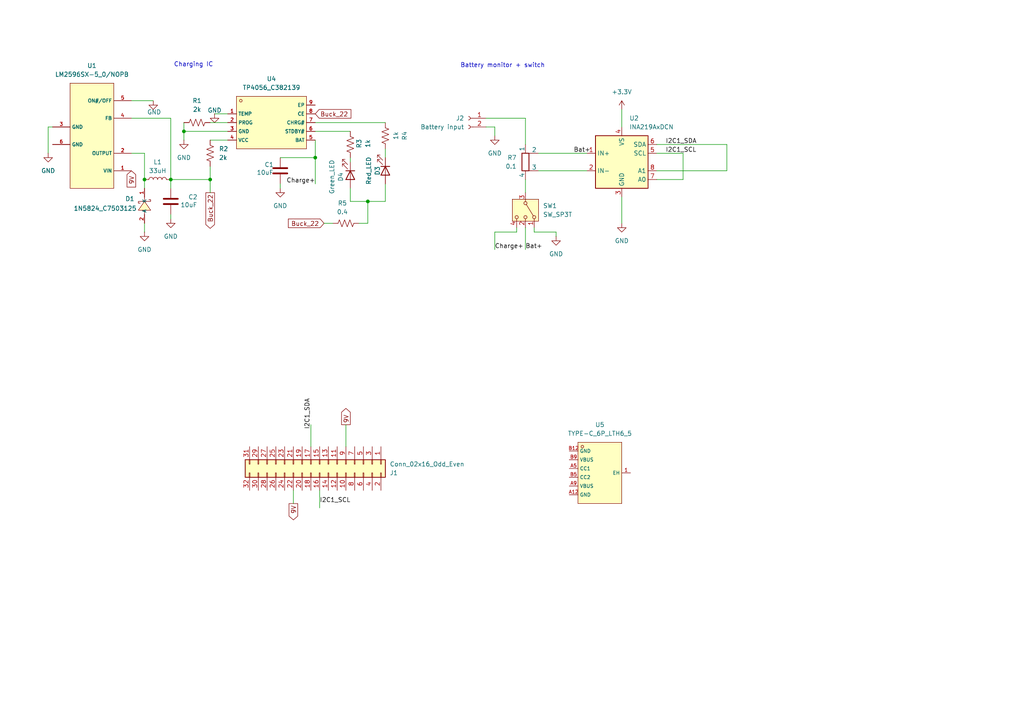
<source format=kicad_sch>
(kicad_sch (version 20231120) (generator "eeschema") (generator_version "8.0")
  (paper "A4")
  (title_block (title "EEE3088_Micro_Mouse_Power_Sub_system") (date "2025-03-20") (rev "v1.0"))
  (lib_symbols
    (symbol "1N5824_C7503125:1N5824_C7503125"
      (property "Reference" "D" (at 0 1.27 0))
      (property "Value" "1N5824_C7503125" (at 0 -2.54 0))
      (symbol "1N5824_C7503125_0_1"
        (polyline (pts (xy -1.27 0) (xy -2.54 0)))
        (polyline (pts (xy 2.54 0) (xy 1.27 0)))
        (polyline (pts (xy 1.27 1.778) (xy -1.27 0) (xy 1.27 -1.778) (xy 1.27 1.778)) (fill (type background)))
        (polyline (pts (xy -1.778 1.27) (xy -1.778 1.778) (xy -1.27 1.778) (xy -1.27 -1.778) (xy -0.762 -1.778) (xy -0.762 -1.27)))
        (pin unspecified line (at -5.08 0 0) (length 2.54) (name "K") (number "1"))
        (pin unspecified line (at 5.08 0 180) (length 2.54) (name "A") (number "2"))
      )
    )
    (symbol "Connector:Conn_01x02_Socket" (pin_names (offset 1.016) hide)
      (property "Reference" "J" (at 0 2.54 0))
      (property "Value" "Conn_01x02_Socket" (at 0 -5.08 0))
      (symbol "Conn_01x02_Socket_1_1"
        (arc (start 0 -2.032) (mid -0.5058 -2.54) (end 0 -3.048) (stroke (width 0.1524)))
        (polyline (pts (xy -1.27 -2.54) (xy -0.508 -2.54)) (stroke (width 0.1524)))
        (polyline (pts (xy -1.27 0) (xy -0.508 0)) (stroke (width 0.1524)))
        (arc (start 0 0.508) (mid -0.5058 0) (end 0 -0.508) (stroke (width 0.1524)))
        (pin passive line (at -5.08 0 0) (length 3.81) (name "Pin_1") (number "1"))
        (pin passive line (at -5.08 -2.54 0) (length 3.81) (name "Pin_2") (number "2"))
      )
    )
    (symbol "Connector_Generic:Conn_02x16_Odd_Even" (pin_names (offset 1.016) hide)
      (property "Reference" "J" (at 1.27 20.32 0))
      (property "Value" "Conn_02x16_Odd_Even" (at 1.27 -22.86 0))
      (symbol "Conn_02x16_Odd_Even_1_1"
        (rectangle (start -1.27 -20.193) (end 0 -20.447) (stroke (width 0.1524)))
        (rectangle (start -1.27 -17.653) (end 0 -17.907) (stroke (width 0.1524)))
        (rectangle (start -1.27 -15.113) (end 0 -15.367) (stroke (width 0.1524)))
        (rectangle (start -1.27 -12.573) (end 0 -12.827) (stroke (width 0.1524)))
        (rectangle (start -1.27 -10.033) (end 0 -10.287) (stroke (width 0.1524)))
        (rectangle (start -1.27 -7.493) (end 0 -7.747) (stroke (width 0.1524)))
        (rectangle (start -1.27 -4.953) (end 0 -5.207) (stroke (width 0.1524)))
        (rectangle (start -1.27 -2.413) (end 0 -2.667) (stroke (width 0.1524)))
        (rectangle (start -1.27 0.127) (end 0 -0.127) (stroke (width 0.1524)))
        (rectangle (start -1.27 2.667) (end 0 2.413) (stroke (width 0.1524)))
        (rectangle (start -1.27 5.207) (end 0 4.953) (stroke (width 0.1524)))
        (rectangle (start -1.27 7.747) (end 0 7.493) (stroke (width 0.1524)))
        (rectangle (start -1.27 10.287) (end 0 10.033) (stroke (width 0.1524)))
        (rectangle (start -1.27 12.827) (end 0 12.573) (stroke (width 0.1524)))
        (rectangle (start -1.27 15.367) (end 0 15.113) (stroke (width 0.1524)))
        (rectangle (start -1.27 17.907) (end 0 17.653) (stroke (width 0.1524)))
        (rectangle (start -1.27 19.05) (end 3.81 -21.59) (stroke (width 0.254)) (fill (type background)))
        (rectangle (start 3.81 -20.193) (end 2.54 -20.447) (stroke (width 0.1524)))
        (rectangle (start 3.81 -17.653) (end 2.54 -17.907) (stroke (width 0.1524)))
        (rectangle (start 3.81 -15.113) (end 2.54 -15.367) (stroke (width 0.1524)))
        (rectangle (start 3.81 -12.573) (end 2.54 -12.827) (stroke (width 0.1524)))
        (rectangle (start 3.81 -10.033) (end 2.54 -10.287) (stroke (width 0.1524)))
        (rectangle (start 3.81 -7.493) (end 2.54 -7.747) (stroke (width 0.1524)))
        (rectangle (start 3.81 -4.953) (end 2.54 -5.207) (stroke (width 0.1524)))
        (rectangle (start 3.81 -2.413) (end 2.54 -2.667) (stroke (width 0.1524)))
        (rectangle (start 3.81 0.127) (end 2.54 -0.127) (stroke (width 0.1524)))
        (rectangle (start 3.81 2.667) (end 2.54 2.413) (stroke (width 0.1524)))
        (rectangle (start 3.81 5.207) (end 2.54 4.953) (stroke (width 0.1524)))
        (rectangle (start 3.81 7.747) (end 2.54 7.493) (stroke (width 0.1524)))
        (rectangle (start 3.81 10.287) (end 2.54 10.033) (stroke (width 0.1524)))
        (rectangle (start 3.81 12.827) (end 2.54 12.573) (stroke (width 0.1524)))
        (rectangle (start 3.81 15.367) (end 2.54 15.113) (stroke (width 0.1524)))
        (rectangle (start 3.81 17.907) (end 2.54 17.653) (stroke (width 0.1524)))
        (pin passive line (at -5.08 17.78 0) (length 3.81) (name "Pin_1") (number "1"))
        (pin passive line (at 7.62 7.62 180) (length 3.81) (name "Pin_10") (number "10"))
        (pin passive line (at -5.08 5.08 0) (length 3.81) (name "Pin_11") (number "11"))
        (pin passive line (at 7.62 5.08 180) (length 3.81) (name "Pin_12") (number "12"))
        (pin passive line (at -5.08 2.54 0) (length 3.81) (name "Pin_13") (number "13"))
        (pin passive line (at 7.62 2.54 180) (length 3.81) (name "Pin_14") (number "14"))
        (pin passive line (at -5.08 0 0) (length 3.81) (name "Pin_15") (number "15"))
        (pin passive line (at 7.62 0 180) (length 3.81) (name "Pin_16") (number "16"))
        (pin passive line (at -5.08 -2.54 0) (length 3.81) (name "Pin_17") (number "17"))
        (pin passive line (at 7.62 -2.54 180) (length 3.81) (name "Pin_18") (number "18"))
        (pin passive line (at -5.08 -5.08 0) (length 3.81) (name "Pin_19") (number "19"))
        (pin passive line (at 7.62 17.78 180) (length 3.81) (name "Pin_2") (number "2"))
        (pin passive line (at 7.62 -5.08 180) (length 3.81) (name "Pin_20") (number "20"))
        (pin passive line (at -5.08 -7.62 0) (length 3.81) (name "Pin_21") (number "21"))
        (pin passive line (at 7.62 -7.62 180) (length 3.81) (name "Pin_22") (number "22"))
        (pin passive line (at -5.08 -10.16 0) (length 3.81) (name "Pin_23") (number "23"))
        (pin passive line (at 7.62 -10.16 180) (length 3.81) (name "Pin_24") (number "24"))
        (pin passive line (at -5.08 -12.7 0) (length 3.81) (name "Pin_25") (number "25"))
        (pin passive line (at 7.62 -12.7 180) (length 3.81) (name "Pin_26") (number "26"))
        (pin passive line (at -5.08 -15.24 0) (length 3.81) (name "Pin_27") (number "27"))
        (pin passive line (at 7.62 -15.24 180) (length 3.81) (name "Pin_28") (number "28"))
        (pin passive line (at -5.08 -17.78 0) (length 3.81) (name "Pin_29") (number "29"))
        (pin passive line (at -5.08 15.24 0) (length 3.81) (name "Pin_3") (number "3"))
        (pin passive line (at 7.62 -17.78 180) (length 3.81) (name "Pin_30") (number "30"))
        (pin passive line (at -5.08 -20.32 0) (length 3.81) (name "Pin_31") (number "31"))
        (pin passive line (at 7.62 -20.32 180) (length 3.81) (name "Pin_32") (number "32"))
        (pin passive line (at 7.62 15.24 180) (length 3.81) (name "Pin_4") (number "4"))
        (pin passive line (at -5.08 12.7 0) (length 3.81) (name "Pin_5") (number "5"))
        (pin passive line (at 7.62 12.7 180) (length 3.81) (name "Pin_6") (number "6"))
        (pin passive line (at -5.08 10.16 0) (length 3.81) (name "Pin_7") (number "7"))
        (pin passive line (at 7.62 10.16 180) (length 3.81) (name "Pin_8") (number "8"))
        (pin passive line (at -5.08 7.62 0) (length 3.81) (name "Pin_9") (number "9"))
      )
    )
    (symbol "Device:C" (pin_numbers hide) (pin_names (offset 0.254))
      (property "Reference" "C" (at 0.635 2.54 0))
      (property "Value" "C" (at 0.635 -2.54 0))
      (symbol "C_0_1"
        (polyline (pts (xy -2.032 -0.762) (xy 2.032 -0.762)) (stroke (width 0.508)))
        (polyline (pts (xy -2.032 0.762) (xy 2.032 0.762)) (stroke (width 0.508)))
      )
      (symbol "C_1_1"
        (pin passive line (at 0 3.81 270) (length 2.794) (name "~") (number "1"))
        (pin passive line (at 0 -3.81 90) (length 2.794) (name "~") (number "2"))
      )
    )
    (symbol "Device:L" (pin_numbers hide) (pin_names (offset 1.016) hide)
      (property "Reference" "L" (at -1.27 0 90))
      (property "Value" "L" (at 1.905 0 90))
      (symbol "L_0_1"
        (arc (start 0 -2.54) (mid 0.6323 -1.905) (end 0 -1.27))
        (arc (start 0 -1.27) (mid 0.6323 -0.635) (end 0 0))
        (arc (start 0 0) (mid 0.6323 0.635) (end 0 1.27))
        (arc (start 0 1.27) (mid 0.6323 1.905) (end 0 2.54))
      )
      (symbol "L_1_1"
        (pin passive line (at 0 3.81 270) (length 1.27) (name "1") (number "1"))
        (pin passive line (at 0 -3.81 90) (length 1.27) (name "2") (number "2"))
      )
    )
    (symbol "Device:LED" (pin_numbers hide) (pin_names (offset 1.016) hide)
      (property "Reference" "D" (at 0 2.54 0))
      (property "Value" "LED" (at 0 -2.54 0))
      (symbol "LED_0_1"
        (polyline (pts (xy -1.27 -1.27) (xy -1.27 1.27)) (stroke (width 0.254)))
        (polyline (pts (xy -1.27 0) (xy 1.27 0)))
        (polyline (pts (xy 1.27 -1.27) (xy 1.27 1.27) (xy -1.27 0) (xy 1.27 -1.27)) (stroke (width 0.254)))
        (polyline (pts (xy -3.048 -0.762) (xy -4.572 -2.286) (xy -3.81 -2.286) (xy -4.572 -2.286) (xy -4.572 -1.524)))
        (polyline (pts (xy -1.778 -0.762) (xy -3.302 -2.286) (xy -2.54 -2.286) (xy -3.302 -2.286) (xy -3.302 -1.524)))
      )
      (symbol "LED_1_1"
        (pin passive line (at -3.81 0 0) (length 2.54) (name "K") (number "1"))
        (pin passive line (at 3.81 0 180) (length 2.54) (name "A") (number "2"))
      )
    )
    (symbol "Device:R_Shunt" (pin_numbers hide) (pin_names (offset 0))
      (property "Reference" "R" (at -4.445 0 90))
      (property "Value" "R_Shunt" (at -2.54 0 90))
      (symbol "R_Shunt_0_1"
        (rectangle (start -1.016 -2.54) (end 1.016 2.54) (stroke (width 0.254)))
        (polyline (pts (xy 0 -2.54) (xy 1.27 -2.54)))
        (polyline (pts (xy 1.27 2.54) (xy 0 2.54)))
      )
      (symbol "R_Shunt_1_1"
        (pin passive line (at 0 5.08 270) (length 2.54) (name "1") (number "1"))
        (pin passive line (at 3.81 2.54 180) (length 2.54) (name "2") (number "2"))
        (pin passive line (at 3.81 -2.54 180) (length 2.54) (name "3") (number "3"))
        (pin passive line (at 0 -5.08 90) (length 2.54) (name "4") (number "4"))
      )
    )
    (symbol "Device:R_US" (pin_numbers hide) (pin_names (offset 0))
      (property "Reference" "R" (at 2.54 0 90))
      (property "Value" "R_US" (at -2.54 0 90))
      (symbol "R_US_0_1"
        (polyline (pts (xy 0 -2.286) (xy 0 -2.54)))
        (polyline (pts (xy 0 2.286) (xy 0 2.54)))
        (polyline (pts (xy 0 -0.762) (xy 1.016 -1.143) (xy 0 -1.524) (xy -1.016 -1.905) (xy 0 -2.286)))
        (polyline (pts (xy 0 0.762) (xy 1.016 0.381) (xy 0 0) (xy -1.016 -0.381) (xy 0 -0.762)))
        (polyline (pts (xy 0 2.286) (xy 1.016 1.905) (xy 0 1.524) (xy -1.016 1.143) (xy 0 0.762)))
      )
      (symbol "R_US_1_1"
        (pin passive line (at 0 3.81 270) (length 1.27) (name "~") (number "1"))
        (pin passive line (at 0 -3.81 90) (length 1.27) (name "~") (number "2"))
      )
    )
    (symbol "LM2596SX-5_0/NOPB:LM2596SX-5_0/NOPB"
      (property "Reference" "U" (at 0 1.27 0))
      (property "Value" "LM2596SX-5_0{slash}NOPB" (at 0 -2.54 0))
      (symbol "LM2596SX-5_0/NOPB_0_1"
        (rectangle (start -6.35 15.24) (end 6.35 -15.24) (fill (type background)))
        (pin unspecified line (at 11.43 -10.16 180) (length 5.08) (name "VIN") (number "1"))
        (pin unspecified line (at 11.43 -5.08 180) (length 5.08) (name "OUTPUT") (number "2"))
        (pin unspecified line (at -11.43 2.54 0) (length 5.08) (name "GND") (number "3"))
        (pin unspecified line (at 11.43 5.08 180) (length 5.08) (name "FB") (number "4"))
        (pin unspecified line (at 11.43 10.16 180) (length 5.08) (name "ON#/OFF") (number "5"))
        (pin unspecified line (at -11.43 -2.54 0) (length 5.08) (name "GND") (number "6"))
      )
    )
    (symbol "Sensor_Energy:INA219AxDCN"
      (property "Reference" "U" (at -6.35 8.89 0))
      (property "Value" "INA219AxDCN" (at 6.35 8.89 0))
      (symbol "INA219AxDCN_0_1"
        (rectangle (start -7.62 7.62) (end 7.62 -7.62) (stroke (width 0.254)) (fill (type background)))
      )
      (symbol "INA219AxDCN_1_1"
        (pin input line (at -10.16 2.54 0) (length 2.54) (name "IN+") (number "1"))
        (pin input line (at -10.16 -2.54 0) (length 2.54) (name "IN-") (number "2"))
        (pin power_in line (at 0 -10.16 90) (length 2.54) (name "GND") (number "3"))
        (pin power_in line (at 0 10.16 270) (length 2.54) (name "VS") (number "4"))
        (pin input line (at 10.16 2.54 180) (length 2.54) (name "SCL") (number "5"))
        (pin bidirectional line (at 10.16 5.08 180) (length 2.54) (name "SDA") (number "6"))
        (pin input line (at 10.16 -5.08 180) (length 2.54) (name "A0") (number "7"))
        (pin input line (at 10.16 -2.54 180) (length 2.54) (name "A1") (number "8"))
      )
    )
    (symbol "Switch:SW_SP3T" (pin_names (offset 0) hide)
      (property "Reference" "SW" (at 0 5.08 0))
      (property "Value" "SW_SP3T" (at 0 -5.08 0))
      (symbol "SW_SP3T_0_1"
        (circle (center -2.032 0) (radius 0.4572))
        (polyline (pts (xy -1.651 0.254) (xy 1.651 2.286)))
        (circle (center 2.032 -2.54) (radius 0.4572))
        (circle (center 2.032 0) (radius 0.4572))
        (circle (center 2.032 2.54) (radius 0.4572))
      )
      (symbol "SW_SP3T_1_1"
        (rectangle (start -3.175 3.81) (end 3.175 -3.81) (fill (type background)))
        (pin passive line (at 5.08 2.54 180) (length 2.54) (name "1") (number "1"))
        (pin passive line (at 5.08 0 180) (length 2.54) (name "2") (number "2"))
        (pin passive line (at -5.08 0 0) (length 2.54) (name "3") (number "3"))
        (pin passive line (at 5.08 -2.54 180) (length 2.54) (name "4") (number "4"))
      )
    )
    (symbol "TP4056_C382139:TP4056_C382139"
      (property "Reference" "U" (at 0 1.27 0))
      (property "Value" "TP4056_C382139" (at 0 -2.54 0))
      (symbol "TP4056_C382139_0_1"
        (rectangle (start -10.16 7.62) (end 10.16 -7.62) (fill (type background)))
        (circle (center -8.89 6.35) (radius 0.381) (fill (type background)))
        (pin unspecified line (at -12.7 2.54 0) (length 2.54) (name "TEMP") (number "1"))
        (pin unspecified line (at -12.7 0 0) (length 2.54) (name "PROG") (number "2"))
        (pin unspecified line (at -12.7 -2.54 0) (length 2.54) (name "GND") (number "3"))
        (pin unspecified line (at -12.7 -5.08 0) (length 2.54) (name "VCC") (number "4"))
        (pin unspecified line (at 12.7 -5.08 180) (length 2.54) (name "BAT") (number "5"))
        (pin unspecified line (at 12.7 -2.54 180) (length 2.54) (name "STDBY#") (number "6"))
        (pin unspecified line (at 12.7 0 180) (length 2.54) (name "CHRG#") (number "7"))
        (pin unspecified line (at 12.7 2.54 180) (length 2.54) (name "CE") (number "8"))
        (pin unspecified line (at 12.7 5.08 180) (length 2.54) (name "EP") (number "9"))
      )
    )
    (symbol "TYPE-C_6P_LTH6_5:TYPE-C_6P_LTH6_5"
      (property "Reference" "U" (at 0 1.27 0))
      (property "Value" "TYPE-C_6P_LTH6_5" (at 0 -2.54 0))
      (symbol "TYPE-C_6P_LTH6_5_0_1"
        (rectangle (start -5.08 8.89) (end 7.62 -8.89) (fill (type background)))
        (circle (center -3.81 7.62) (radius 0.381) (fill (type background)))
        (pin unspecified line (at 10.16 0 180) (length 2.54) (name "EH") (number "1"))
        (pin unspecified line (at -7.62 -6.35 0) (length 2.54) (name "GND") (number "A12"))
        (pin unspecified line (at -7.62 1.27 0) (length 2.54) (name "CC1") (number "A5"))
        (pin unspecified line (at -7.62 -3.81 0) (length 2.54) (name "VBUS") (number "A9"))
        (pin unspecified line (at -7.62 6.35 0) (length 2.54) (name "GND") (number "B12"))
        (pin unspecified line (at -7.62 -1.27 0) (length 2.54) (name "CC2") (number "B5"))
        (pin unspecified line (at -7.62 3.81 0) (length 2.54) (name "VBUS") (number "B9"))
      )
    )
    (symbol "power:+3.3V" (power) (pin_numbers hide) (pin_names (offset 0) hide)
      (property "Value" "+3.3V" (at 0 3.556 0))
      (symbol "+3.3V_0_1"
        (polyline (pts (xy -0.762 1.27) (xy 0 2.54)))
        (polyline (pts (xy 0 0) (xy 0 2.54)))
        (polyline (pts (xy 0 2.54) (xy 0.762 1.27)))
      )
      (symbol "+3.3V_1_1"
        (pin power_in line (at 0 0 90) (length 0) (name "~") (number "1"))
      )
    )
    (symbol "power:GND" (power) (pin_numbers hide) (pin_names (offset 0) hide)
      (property "Value" "GND" (at 0 -3.81 0))
      (symbol "GND_0_1"
        (polyline (pts (xy 0 0) (xy 0 -1.27) (xy 1.27 -1.27) (xy 0 -2.54) (xy -1.27 -1.27) (xy 0 -1.27)))
      )
      (symbol "GND_1_1"
        (pin power_in line (at 0 0 270) (length 0) (name "~") (number "1"))
      )
    )
  )
  (junction (at 41.91 52.07))
  (junction (at 106.68 58.42))
  (junction (at 91.44 45.72))
  (junction (at 53.34 38.1))
  (junction (at 49.53 52.07))
  (junction (at 60.96 52.07))
  (wire (pts (xy 13.97 36.83) (xy 13.97 44.45)))
  (wire (pts (xy 53.34 38.1) (xy 66.04 38.1)))
  (wire (pts (xy 143.51 36.83) (xy 140.97 36.83)))
  (wire (pts (xy 60.96 48.26) (xy 60.96 52.07)))
  (wire (pts (xy 81.28 45.72) (xy 91.44 45.72)))
  (wire (pts (xy 62.23 33.02) (xy 66.04 33.02)))
  (wire (pts (xy 101.6 54.61) (xy 101.6 58.42)))
  (wire (pts (xy 101.6 46.99) (xy 101.6 45.72)))
  (wire (pts (xy 100.33 123.19) (xy 100.33 129.54)))
  (wire (pts (xy 41.91 44.45) (xy 41.91 52.07)))
  (wire (pts (xy 152.4 66.04) (xy 152.4 72.39)))
  (wire (pts (xy 60.96 40.64) (xy 66.04 40.64)))
  (wire (pts (xy 101.6 58.42) (xy 106.68 58.42)))
  (wire (pts (xy 49.53 62.23) (xy 49.53 63.5)))
  (wire (pts (xy 111.76 35.56) (xy 91.44 35.56)))
  (wire (pts (xy 156.21 49.53) (xy 170.18 49.53)))
  (wire (pts (xy 106.68 58.42) (xy 111.76 58.42)))
  (wire (pts (xy 190.5 44.45) (xy 198.12 44.45)))
  (wire (pts (xy 149.86 67.31) (xy 143.51 67.31)))
  (wire (pts (xy 81.28 54.61) (xy 81.28 53.34)))
  (wire (pts (xy 93.98 64.77) (xy 96.52 64.77)))
  (wire (pts (xy 111.76 53.34) (xy 111.76 58.42)))
  (wire (pts (xy 111.76 45.72) (xy 111.76 43.18)))
  (wire (pts (xy 41.91 67.31) (xy 41.91 64.77)))
  (wire (pts (xy 38.1 34.29) (xy 49.53 34.29)))
  (wire (pts (xy 85.09 146.05) (xy 85.09 142.24)))
  (wire (pts (xy 180.34 31.75) (xy 180.34 36.83)))
  (wire (pts (xy 190.5 52.07) (xy 198.12 52.07)))
  (wire (pts (xy 156.21 44.45) (xy 170.18 44.45)))
  (wire (pts (xy 161.29 67.31) (xy 154.94 67.31)))
  (wire (pts (xy 161.29 68.58) (xy 161.29 67.31)))
  (wire (pts (xy 90.17 123.19) (xy 90.17 129.54)))
  (wire (pts (xy 152.4 34.29) (xy 152.4 41.91)))
  (wire (pts (xy 91.44 45.72) (xy 91.44 53.34)))
  (wire (pts (xy 38.1 29.21) (xy 44.45 29.21)))
  (wire (pts (xy 106.68 58.42) (xy 106.68 64.77)))
  (wire (pts (xy 143.51 36.83) (xy 143.51 39.37)))
  (wire (pts (xy 91.44 45.72) (xy 91.44 40.64)))
  (wire (pts (xy 53.34 38.1) (xy 53.34 35.56)))
  (wire (pts (xy 149.86 66.04) (xy 149.86 67.31)))
  (wire (pts (xy 60.96 52.07) (xy 60.96 55.88)))
  (wire (pts (xy 92.71 142.24) (xy 92.71 147.32)))
  (wire (pts (xy 154.94 67.31) (xy 154.94 66.04)))
  (wire (pts (xy 91.44 38.1) (xy 101.6 38.1)))
  (wire (pts (xy 41.91 52.07) (xy 41.91 54.61)))
  (wire (pts (xy 210.82 49.53) (xy 210.82 41.91)))
  (wire (pts (xy 152.4 52.07) (xy 152.4 55.88)))
  (wire (pts (xy 180.34 57.15) (xy 180.34 64.77)))
  (wire (pts (xy 60.96 35.56) (xy 66.04 35.56)))
  (wire (pts (xy 15.24 36.83) (xy 13.97 36.83)))
  (wire (pts (xy 53.34 40.64) (xy 53.34 38.1)))
  (wire (pts (xy 140.97 34.29) (xy 152.4 34.29)))
  (wire (pts (xy 143.51 67.31) (xy 143.51 72.39)))
  (wire (pts (xy 49.53 52.07) (xy 49.53 54.61)))
  (wire (pts (xy 190.5 41.91) (xy 210.82 41.91)))
  (wire (pts (xy 49.53 52.07) (xy 60.96 52.07)))
  (wire (pts (xy 198.12 52.07) (xy 198.12 44.45)))
  (wire (pts (xy 104.14 64.77) (xy 106.68 64.77)))
  (wire (pts (xy 49.53 34.29) (xy 49.53 52.07)))
  (wire (pts (xy 38.1 44.45) (xy 41.91 44.45)))
  (wire (pts (xy 190.5 49.53) (xy 210.82 49.53)))
  (text "Charging IC\n" (at 56.134 18.796 0) (effects (font (size 1.27 1.27))))
  (text "Battery monitor + switch\n" (at 145.796 19.05 0) (effects (font (size 1.27 1.27))))
  (label "Bat+" (at 166.37 44.45 0))
  (label "Charge+" (at 143.51 72.39 0))
  (label "I2C1_SCL" (at 193.04 44.45 0))
  (label "I2C1_SDA" (at 193.04 41.91 0))
  (label "I2C1_SCL" (at 92.71 146.05 0))
  (label "Charge+" (at 91.44 53.34 180))
  (label "Bat+" (at 152.4 72.39 0))
  (label "I2C1_SDA" (at 90.17 124.46 90))
  (global_label "Buck_22" (shape output) (at 60.96 55.88 270) (property "Intersheetrefs" "${INTERSHEET_REFS}" (effects (hide yes))))
  (global_label "9V" (shape output) (at 100.33 123.19 90) (property "Intersheetrefs" "${INTERSHEET_REFS}" (effects (hide yes))))
  (global_label "9V" (shape output) (at 85.09 146.05 270) (property "Intersheetrefs" "${INTERSHEET_REFS}" (effects (hide yes))))
  (global_label "9V" (shape input) (at 38.1 49.53 270) (property "Intersheetrefs" "${INTERSHEET_REFS}" (effects (hide yes))))
  (global_label "Buck_22" (shape input) (at 93.98 64.77 180) (property "Intersheetrefs" "${INTERSHEET_REFS}" (effects (hide yes))))
  (global_label "Buck_22" (shape input) (at 91.44 33.02 0) (property "Intersheetrefs" "${INTERSHEET_REFS}" (effects (hide yes))))
  (symbol (lib_id "Device:R_Shunt") (at 152.4 46.99 0) (unit 1)
    (property "Reference" "R7" (at 149.86 45.7199 0) (effects (justify right)))
    (property "Value" "0.1" (at 149.86 48.2599 0) (effects (justify right)))
    (property "Description" "Shunt resistor" (effects (hide yes)))
  )
  (symbol (lib_id "power:GND") (at 44.45 29.21 0) (unit 1)
    (property "Reference" "#PWR7" (effects (hide yes)))
    (property "Value" "GND" (at 44.704 32.512 0))
    (property "Description" "Power symbol creates a global label with name \"GND\" , ground" (effects (hide yes)))
  )
  (symbol (lib_id "power:GND") (at 41.91 67.31 0) (unit 1)
    (property "Reference" "#PWR10" (effects (hide yes)))
    (property "Value" "GND" (at 41.91 72.39 0))
    (property "Description" "Power symbol creates a global label with name \"GND\" , ground" (effects (hide yes)))
  )
  (symbol (lib_id "TYPE-C_6P_LTH6_5:TYPE-C_6P_LTH6_5") (at 172.72 137.16 0) (unit 1)
    (property "Reference" "U5" (at 173.99 123.19 0))
    (property "Value" "TYPE-C_6P_LTH6_5" (at 173.99 125.73 0))
    (property "Footprint" "xxcustom_footprint:USB-TYPE-C-SMD_TYPE-C-6P-LTH6.5" (effects (hide yes)))
    (property "Datasheet" "https://atta.szlcsc.com/upload/public/pdf/source/20220929/CF5EB2C50F637B805AA82EC2C8F335C3.pdf" (effects (hide yes)))
    (property "LCSC" "C5187463" (effects (hide yes)))
  )
  (symbol (lib_id "Device:R_US") (at 111.76 39.37 180) (unit 1)
    (property "Reference" "R4" (at 117.348 39.37 90))
    (property "Value" "1k" (at 114.808 39.37 90))
    (property "Footprint" "xxcustom_footprint:R0402" (effects (hide yes)))
    (property "Description" "Resistor, US symbol" (effects (hide yes)))
  )
  (symbol (lib_id "Device:L") (at 45.72 52.07 90) (unit 1)
    (property "Reference" "L1" (at 45.72 46.99 90))
    (property "Value" "33uH" (at 45.72 49.53 90))
    (property "Description" "Inductor" (effects (hide yes)))
  )
  (symbol (lib_id "Device:R_US") (at 100.33 64.77 90) (unit 1)
    (property "Reference" "R5" (at 99.314 58.928 90))
    (property "Value" "0.4" (at 99.314 61.468 90))
    (property "Description" "Resistor, US symbol" (effects (hide yes)))
  )
  (symbol (lib_id "power:GND") (at 62.23 33.02 0) (unit 1)
    (property "Reference" "#PWR5" (effects (hide yes)))
    (property "Value" "GND" (at 62.23 32.004 0))
    (property "Description" "Power symbol creates a global label with name \"GND\" , ground" (effects (hide yes)))
  )
  (symbol (lib_id "LM2596SX-5_0/NOPB:LM2596SX-5_0/NOPB") (at 26.67 39.37 0) (unit 1)
    (property "Reference" "U1" (at 26.67 19.05 0))
    (property "Value" "LM2596SX-5_0/NOPB" (at 26.67 21.59 0))
    (property "Footprint" "xxcustom_footprint:TO-263-5_L10.2-W8.9-P1.70-TL" (effects (hide yes)))
    (property "Datasheet" "https://item.szlcsc.com/144450.html" (effects (hide yes)))
    (property "LCSC" "C10002" (effects (hide yes)))
  )
  (symbol (lib_id "Switch:SW_SP3T") (at 152.4 60.96 270) (unit 1)
    (property "Reference" "SW1" (at 157.48 59.6899 90) (effects (justify left)))
    (property "Value" "SW_SP3T" (at 157.48 62.2299 90) (effects (justify left)))
    (property "Description" "Switch, three position, single pole triple throw, 3 position switch, SP3T" (effects (hide yes)))
  )
  (symbol (lib_id "power:GND") (at 53.34 40.64 0) (unit 1)
    (property "Reference" "#PWR9" (effects (hide yes)))
    (property "Value" "GND" (at 53.34 45.72 0))
    (property "Description" "Power symbol creates a global label with name \"GND\" , ground" (effects (hide yes)))
  )
  (symbol (lib_id "Device:R_US") (at 101.6 41.91 0) (unit 1)
    (property "Reference" "R3" (at 104.14 41.656 90))
    (property "Value" "1k" (at 106.68 41.656 90))
    (property "Footprint" "xxcustom_footprint:R0402" (effects (hide yes)))
    (property "Description" "Resistor, US symbol" (effects (hide yes)))
  )
  (symbol (lib_id "Device:C") (at 81.28 49.53 0) (unit 1)
    (property "Reference" "C1" (at 76.708 47.752 0) (effects (justify left)))
    (property "Value" "10uF" (at 74.422 50.038 0) (effects (justify left)))
    (property "Description" "Unpolarized capacitor" (effects (hide yes)))
  )
  (symbol (lib_id "power:GND") (at 81.28 54.61 0) (unit 1)
    (property "Reference" "#PWR4" (effects (hide yes)))
    (property "Value" "GND" (at 81.28 59.69 0))
    (property "Description" "Power symbol creates a global label with name \"GND\" , ground" (effects (hide yes)))
  )
  (symbol (lib_id "power:+3.3V") (at 180.34 31.75 0) (unit 1)
    (property "Reference" "#PWR3" (effects (hide yes)))
    (property "Value" "+3.3V" (at 180.34 26.67 0))
    (property "Description" "Power symbol creates a global label with name \"+3.3V\"" (effects (hide yes)))
  )
  (symbol (lib_id "1N5824_C7503125:1N5824_C7503125") (at 41.91 59.69 270) (unit 1)
    (property "Reference" "D1" (at 36.322 57.658 90) (effects (justify left)))
    (property "Value" "1N5824_C7503125" (at 21.336 60.452 90) (effects (justify left)))
    (property "Footprint" "xxcustom_footprint:DO-27_BD5.3-L8.4-P12.40-D1.3-RD" (effects (hide yes)))
    (property "Datasheet" "https://item.szlcsc.com/180538.html" (effects (hide yes)))
    (property "LCSC" "C7503125" (effects (hide yes)))
  )
  (symbol (lib_id "power:GND") (at 161.29 68.58 0) (unit 1)
    (property "Reference" "#PWR8" (effects (hide yes)))
    (property "Value" "GND" (at 161.29 73.66 0))
    (property "Description" "Power symbol creates a global label with name \"GND\" , ground" (effects (hide yes)))
  )
  (symbol (lib_id "Device:R_US") (at 57.15 35.56 90) (unit 1)
    (property "Reference" "R1" (at 57.15 29.21 90))
    (property "Value" "2k" (at 57.15 31.75 90))
    (property "Footprint" "xxcustom_footprint:R0402" (effects (hide yes)))
    (property "Description" "Resistor, US symbol" (effects (hide yes)))
  )
  (symbol (lib_id "Device:LED") (at 111.76 49.53 270) (unit 1)
    (property "Reference" "D3" (at 109.474 49.53 0))
    (property "Value" "Red_LED" (at 106.934 49.53 0))
    (property "Description" "Light emitting diode" (effects (hide yes)))
  )
  (symbol (lib_id "power:GND") (at 143.51 39.37 0) (mirror y) (unit 1)
    (property "Reference" "#PWR1" (effects (hide yes)))
    (property "Value" "GND" (at 143.51 44.45 0))
    (property "Description" "Power symbol creates a global label with name \"GND\" , ground" (effects (hide yes)))
  )
  (symbol (lib_id "power:GND") (at 49.53 63.5 0) (unit 1)
    (property "Reference" "#PWR11" (effects (hide yes)))
    (property "Value" "GND" (at 49.53 68.58 0))
    (property "Description" "Power symbol creates a global label with name \"GND\" , ground" (effects (hide yes)))
  )
  (symbol (lib_id "Connector:Conn_01x02_Socket") (at 135.89 34.29 0) (mirror y) (unit 1)
    (property "Reference" "J2" (at 134.62 34.2899 0) (effects (justify left)))
    (property "Value" "Battery input" (at 134.62 36.8299 0) (effects (justify left)))
    (property "Footprint" "Connector_Wire:SolderWire-0.127sqmm_1x02_P3.7mm_D0.48mm_OD1mm" (effects (hide yes)))
    (property "Description" "Generic connector, single row, 01x02, script generated" (effects (hide yes)))
  )
  (symbol (lib_id "power:GND") (at 13.97 44.45 0) (unit 1)
    (property "Reference" "#PWR6" (effects (hide yes)))
    (property "Value" "GND" (at 13.97 49.53 0))
    (property "Description" "Power symbol creates a global label with name \"GND\" , ground" (effects (hide yes)))
  )
  (symbol (lib_id "Device:LED") (at 101.6 50.8 270) (unit 1)
    (property "Reference" "D4" (at 98.806 51.308 0))
    (property "Value" "Green_LED" (at 96.266 51.308 0))
    (property "Description" "Light emitting diode" (effects (hide yes)))
  )
  (symbol (lib_id "power:GND") (at 180.34 64.77 0) (unit 1)
    (property "Reference" "#PWR2" (effects (hide yes)))
    (property "Value" "GND" (at 180.34 69.85 0))
    (property "Description" "Power symbol creates a global label with name \"GND\" , ground" (effects (hide yes)))
  )
  (symbol (lib_id "Device:R_US") (at 60.96 44.45 180) (unit 1)
    (property "Reference" "R2" (at 63.5 43.1799 0) (effects (justify right)))
    (property "Value" "2k" (at 63.5 45.7199 0) (effects (justify right)))
    (property "Footprint" "xxcustom_footprint:R0402" (effects (hide yes)))
    (property "Description" "Resistor, US symbol" (effects (hide yes)))
  )
  (symbol (lib_id "Device:C") (at 49.53 58.42 0) (unit 1)
    (property "Reference" "C2" (at 54.61 57.15 0) (effects (justify left)))
    (property "Value" "10uF" (at 52.324 59.436 0) (effects (justify left)))
    (property "Description" "Unpolarized capacitor" (effects (hide yes)))
  )
  (symbol (lib_id "Connector_Generic:Conn_02x16_Odd_Even") (at 92.71 134.62 270) (unit 1)
    (property "Reference" "J1" (at 113.03 137.1601 90) (effects (justify left)))
    (property "Value" "Conn_02x16_Odd_Even" (at 113.03 134.6201 90) (effects (justify left)))
    (property "Footprint" "Connector_PinHeader_2.54mm:PinHeader_2x16_P2.54mm_Vertical" (effects (hide yes)))
    (property "Description" "Generic connector, double row, 02x16, odd/even pin numbering scheme (row 1 odd numbers, row 2 even numbers), script generated (kicad-library-utils/schlib/autogen/connector/)" (effects (hide yes)))
  )
  (symbol (lib_id "TP4056_C382139:TP4056_C382139") (at 78.74 35.56 0) (unit 1)
    (property "Reference" "U4" (at 78.74 22.86 0))
    (property "Value" "TP4056_C382139" (at 78.74 25.4 0))
    (property "Footprint" "xxcustom_footprint:ESOP-8_L4.9-W3.9-P1.27-LS6.0-BL-EP" (effects (hide yes)))
    (property "Datasheet" "https://www.mornsun.cn/html/pdf/SCM1501B.html" (effects (hide yes)))
    (property "LCSC" "C382139" (effects (hide yes)))
  )
  (symbol (lib_id "Sensor_Energy:INA219AxDCN") (at 180.34 46.99 0) (unit 1)
    (property "Reference" "U2" (at 182.5341 34.29 0) (effects (justify left)))
    (property "Value" "INA219AxDCN" (at 182.5341 36.83 0) (effects (justify left)))
    (property "Footprint" "Package_TO_SOT_SMD:SOT-23-8" (effects (hide yes)))
    (property "Datasheet" "http://www.ti.com/lit/ds/symlink/ina219.pdf" (effects (hide yes)))
    (property "Description" "Zero-Drift, Bidirectional Current/Power Monitor (0-26V) With I2C Interface, SOT-23-8" (effects (hide yes)))
  )
)
</source>
